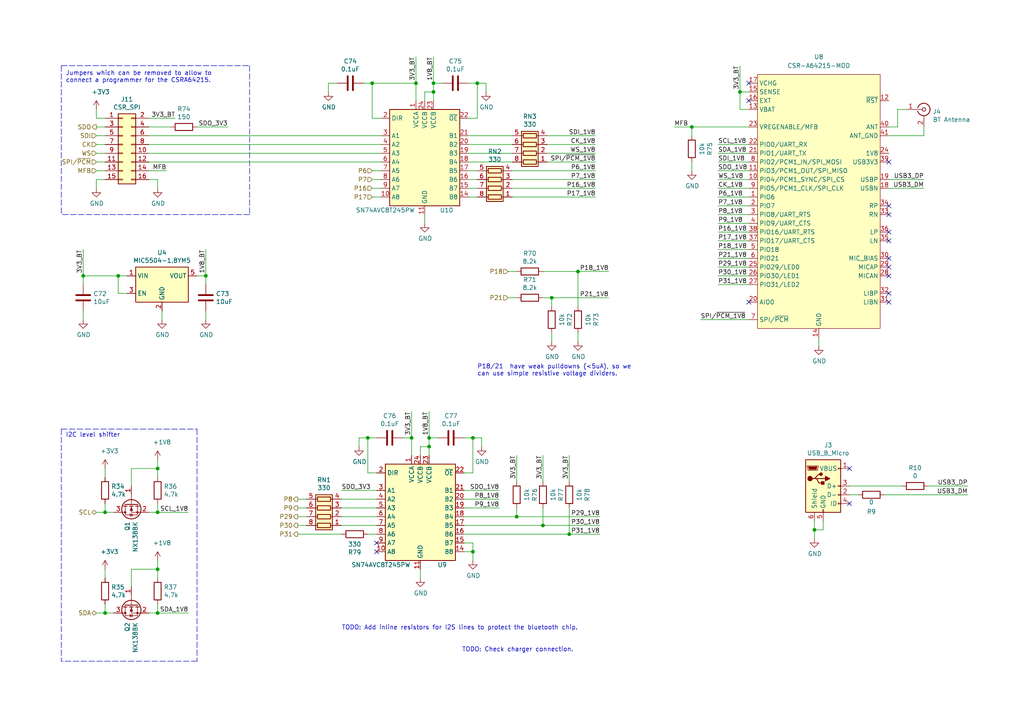
<source format=kicad_sch>
(kicad_sch (version 20201015) (generator eeschema)
  (paper "A4")
  (lib_symbols
    (symbol "Connector:Conn_Coaxial" (pin_names (offset 1.016) hide)
      (property "Reference" "J" (at 0.254 3.048 0))
      (property "Value" "Conn_Coaxial" (at 2.921 0 90))
      (symbol "Conn_Coaxial_0_1"
        (arc (start -1.778 0.508) (end 1.778 0) (radius (at -0.0508 0) (length 1.8034) (angles 163.6 0)) (stroke (width 0.254)))
        (arc (start 1.778 0) (end -1.778 -0.508) (radius (at -0.0254 0) (length 1.8034) (angles 0 -163.8)) (stroke (width 0.254)))
        (circle (center 0 0) (radius 0.508) (stroke (width 0.2032)))
        (polyline (pts (xy -2.54 0) (xy -0.508 0)))
        (polyline (pts (xy 0 -2.54) (xy 0 -1.778)))
      )
      (symbol "Conn_Coaxial_1_1"
        (pin passive line (at -5.08 0 0) (length 2.54) (name "In") (number "1"))
        (pin passive line (at 0 -5.08 90) (length 2.54) (name "Ext") (number "2"))
      )
    )
    (symbol "Connector:USB_B_Micro" (pin_names (offset 1.016))
      (property "Reference" "J" (at -5.08 11.43 0))
      (property "Value" "USB_B_Micro" (at -5.08 8.89 0))
      (symbol "USB_B_Micro_0_1"
        (circle (center -3.81 2.159) (radius 0.635) (stroke (width 0.254)) (fill (type outline)))
        (circle (center -0.635 3.429) (radius 0.381) (stroke (width 0.254)) (fill (type outline)))
        (rectangle (start -5.08 -7.62) (end 5.08 7.62) (stroke (width 0.254)) (fill (type background)))
        (rectangle (start -0.127 -7.62) (end 0.127 -6.858))
        (rectangle (start 0.254 1.27) (end -0.508 0.508) (stroke (width 0.254)) (fill (type outline)))
        (rectangle (start 5.08 -5.207) (end 4.318 -4.953))
        (rectangle (start 5.08 -2.667) (end 4.318 -2.413))
        (rectangle (start 5.08 -0.127) (end 4.318 0.127))
        (rectangle (start 5.08 4.953) (end 4.318 5.207))
        (polyline (pts (xy -1.905 2.159) (xy 0.635 2.159)) (stroke (width 0.254)))
        (polyline (pts (xy -3.175 2.159) (xy -2.54 2.159) (xy -1.27 3.429) (xy -0.635 3.429)) (stroke (width 0.254)))
        (polyline (pts (xy -2.54 2.159) (xy -1.905 2.159) (xy -1.27 0.889) (xy 0 0.889)) (stroke (width 0.254)))
        (polyline (pts (xy 0.635 2.794) (xy 0.635 1.524) (xy 1.905 2.159) (xy 0.635 2.794)) (stroke (width 0.254)) (fill (type outline)))
        (polyline (pts (xy -4.318 5.588) (xy -1.778 5.588) (xy -2.032 4.826) (xy -4.064 4.826) (xy -4.318 5.588)) (fill (type outline)))
        (polyline (pts (xy -4.699 5.842) (xy -4.699 5.588) (xy -4.445 4.826) (xy -4.445 4.572) (xy -1.651 4.572) (xy -1.651 4.826) (xy -1.397 5.588) (xy -1.397 5.842) (xy -4.699 5.842)))
      )
      (symbol "USB_B_Micro_1_1"
        (pin power_out line (at 7.62 5.08 180) (length 2.54) (name "VBUS") (number "1"))
        (pin bidirectional line (at 7.62 -2.54 180) (length 2.54) (name "D-") (number "2"))
        (pin bidirectional line (at 7.62 0 180) (length 2.54) (name "D+") (number "3"))
        (pin passive line (at 7.62 -5.08 180) (length 2.54) (name "ID") (number "4"))
        (pin power_out line (at 0 -10.16 90) (length 2.54) (name "GND") (number "5"))
        (pin passive line (at -2.54 -10.16 90) (length 2.54) (name "Shield") (number "6"))
      )
    )
    (symbol "Connector_Generic:Conn_02x08_Odd_Even" (pin_names (offset 1.016) hide)
      (property "Reference" "J" (at 1.27 10.16 0))
      (property "Value" "Conn_02x08_Odd_Even" (at 1.27 -12.7 0))
      (symbol "Conn_02x08_Odd_Even_1_1"
        (rectangle (start -1.27 -4.953) (end 0 -5.207) (stroke (width 0.1524)))
        (rectangle (start -1.27 -7.493) (end 0 -7.747) (stroke (width 0.1524)))
        (rectangle (start -1.27 -10.033) (end 0 -10.287) (stroke (width 0.1524)))
        (rectangle (start -1.27 -2.413) (end 0 -2.667) (stroke (width 0.1524)))
        (rectangle (start -1.27 2.667) (end 0 2.413) (stroke (width 0.1524)))
        (rectangle (start -1.27 5.207) (end 0 4.953) (stroke (width 0.1524)))
        (rectangle (start -1.27 7.747) (end 0 7.493) (stroke (width 0.1524)))
        (rectangle (start -1.27 8.89) (end 3.81 -11.43) (stroke (width 0.254)) (fill (type background)))
        (rectangle (start -1.27 0.127) (end 0 -0.127) (stroke (width 0.1524)))
        (rectangle (start 3.81 -4.953) (end 2.54 -5.207) (stroke (width 0.1524)))
        (rectangle (start 3.81 -7.493) (end 2.54 -7.747) (stroke (width 0.1524)))
        (rectangle (start 3.81 -10.033) (end 2.54 -10.287) (stroke (width 0.1524)))
        (rectangle (start 3.81 -2.413) (end 2.54 -2.667) (stroke (width 0.1524)))
        (rectangle (start 3.81 2.667) (end 2.54 2.413) (stroke (width 0.1524)))
        (rectangle (start 3.81 5.207) (end 2.54 4.953) (stroke (width 0.1524)))
        (rectangle (start 3.81 7.747) (end 2.54 7.493) (stroke (width 0.1524)))
        (rectangle (start 3.81 0.127) (end 2.54 -0.127) (stroke (width 0.1524)))
        (pin passive line (at -5.08 7.62 0) (length 3.81) (name "Pin_1") (number "1"))
        (pin passive line (at 7.62 -2.54 180) (length 3.81) (name "Pin_10") (number "10"))
        (pin passive line (at -5.08 -5.08 0) (length 3.81) (name "Pin_11") (number "11"))
        (pin passive line (at 7.62 -5.08 180) (length 3.81) (name "Pin_12") (number "12"))
        (pin passive line (at -5.08 -7.62 0) (length 3.81) (name "Pin_13") (number "13"))
        (pin passive line (at 7.62 -7.62 180) (length 3.81) (name "Pin_14") (number "14"))
        (pin passive line (at -5.08 -10.16 0) (length 3.81) (name "Pin_15") (number "15"))
        (pin passive line (at 7.62 -10.16 180) (length 3.81) (name "Pin_16") (number "16"))
        (pin passive line (at 7.62 7.62 180) (length 3.81) (name "Pin_2") (number "2"))
        (pin passive line (at -5.08 5.08 0) (length 3.81) (name "Pin_3") (number "3"))
        (pin passive line (at 7.62 5.08 180) (length 3.81) (name "Pin_4") (number "4"))
        (pin passive line (at -5.08 2.54 0) (length 3.81) (name "Pin_5") (number "5"))
        (pin passive line (at 7.62 2.54 180) (length 3.81) (name "Pin_6") (number "6"))
        (pin passive line (at -5.08 0 0) (length 3.81) (name "Pin_7") (number "7"))
        (pin passive line (at 7.62 0 180) (length 3.81) (name "Pin_8") (number "8"))
        (pin passive line (at -5.08 -2.54 0) (length 3.81) (name "Pin_9") (number "9"))
      )
    )
    (symbol "Device:C" (pin_numbers hide) (pin_names (offset 0.254))
      (property "Reference" "C" (at 0.635 2.54 0))
      (property "Value" "C" (at 0.635 -2.54 0))
      (symbol "C_0_1"
        (polyline (pts (xy -2.032 -0.762) (xy 2.032 -0.762)) (stroke (width 0.508)))
        (polyline (pts (xy -2.032 0.762) (xy 2.032 0.762)) (stroke (width 0.508)))
      )
      (symbol "C_1_1"
        (pin passive line (at 0 3.81 270) (length 2.794) (name "~") (number "1"))
        (pin passive line (at 0 -3.81 90) (length 2.794) (name "~") (number "2"))
      )
    )
    (symbol "Device:R" (pin_numbers hide) (pin_names (offset 0))
      (property "Reference" "R" (at 2.032 0 90))
      (property "Value" "R" (at 0 0 90))
      (symbol "R_0_1"
        (rectangle (start -1.016 -2.54) (end 1.016 2.54) (stroke (width 0.254)))
      )
      (symbol "R_1_1"
        (pin passive line (at 0 3.81 270) (length 1.27) (name "~") (number "1"))
        (pin passive line (at 0 -3.81 90) (length 1.27) (name "~") (number "2"))
      )
    )
    (symbol "Device:R_Pack04" (pin_names (offset 0) hide)
      (property "Reference" "RN" (at -7.62 0 90))
      (property "Value" "R_Pack04" (at 5.08 0 90))
      (symbol "R_Pack04_0_1"
        (rectangle (start -6.35 -2.413) (end 3.81 2.413) (stroke (width 0.254)) (fill (type background)))
        (rectangle (start -5.715 1.905) (end -4.445 -1.905) (stroke (width 0.254)))
        (rectangle (start -3.175 1.905) (end -1.905 -1.905) (stroke (width 0.254)))
        (rectangle (start -0.635 1.905) (end 0.635 -1.905) (stroke (width 0.254)))
        (rectangle (start 1.905 1.905) (end 3.175 -1.905) (stroke (width 0.254)))
        (polyline (pts (xy -5.08 -2.54) (xy -5.08 -1.905)))
        (polyline (pts (xy -5.08 1.905) (xy -5.08 2.54)))
        (polyline (pts (xy -2.54 -2.54) (xy -2.54 -1.905)))
        (polyline (pts (xy -2.54 1.905) (xy -2.54 2.54)))
        (polyline (pts (xy 0 -2.54) (xy 0 -1.905)))
        (polyline (pts (xy 0 1.905) (xy 0 2.54)))
        (polyline (pts (xy 2.54 -2.54) (xy 2.54 -1.905)))
        (polyline (pts (xy 2.54 1.905) (xy 2.54 2.54)))
      )
      (symbol "R_Pack04_1_1"
        (pin passive line (at -5.08 -5.08 90) (length 2.54) (name "R1.1") (number "1"))
        (pin passive line (at -2.54 -5.08 90) (length 2.54) (name "R2.1") (number "2"))
        (pin passive line (at 0 -5.08 90) (length 2.54) (name "R3.1") (number "3"))
        (pin passive line (at 2.54 -5.08 90) (length 2.54) (name "R4.1") (number "4"))
        (pin passive line (at 2.54 5.08 270) (length 2.54) (name "R4.2") (number "5"))
        (pin passive line (at 0 5.08 270) (length 2.54) (name "R3.2") (number "6"))
        (pin passive line (at -2.54 5.08 270) (length 2.54) (name "R2.2") (number "7"))
        (pin passive line (at -5.08 5.08 270) (length 2.54) (name "R1.2") (number "8"))
      )
    )
    (symbol "HackAmp-Symbols:CSR-A64215-MOD"
      (property "Reference" "U" (at -15.24 39.37 0))
      (property "Value" "CSR-A64215-MOD" (at 8.89 39.37 0))
      (symbol "CSR-A64215-MOD_0_1"
        (rectangle (start -17.78 38.1) (end 17.78 -35.56) (fill (type background)))
      )
      (symbol "CSR-A64215-MOD_1_1"
        (pin bidirectional line (at -20.32 2.54 0) (length 2.54) (name "PIO6") (number "1"))
        (pin bidirectional line (at -20.32 0 0) (length 2.54) (name "PIO7") (number "2"))
        (pin bidirectional line (at -20.32 -2.54 0) (length 2.54) (name "PIO8/UART_RTS") (number "3"))
        (pin bidirectional line (at -20.32 -5.08 0) (length 2.54) (name "PIO9/UART_CTS") (number "4"))
        (pin bidirectional line (at -20.32 -12.7 0) (length 2.54) (name "PIO18") (number "5"))
        (pin bidirectional line (at -20.32 -15.24 0) (length 2.54) (name "PIO21") (number "6"))
        (pin input line (at -20.32 -33.02 0) (length 2.54) (name "SPI/~PCM") (number "7"))
        (pin bidirectional line (at -20.32 12.7 0) (length 2.54) (name "PIO2/PCM1_IN/SPI_MOSI") (number "8"))
        (pin bidirectional line (at -20.32 5.08 0) (length 2.54) (name "PIO5/PCM1_CLK/SPI_CLK") (number "9"))
        (pin bidirectional line (at -20.32 7.62 0) (length 2.54) (name "PIO4/PCM1_SYNC/SPI_CS") (number "10"))
        (pin bidirectional line (at -20.32 10.16 0) (length 2.54) (name "PIO3/PCM1_OUT/SPI_MISO") (number "11"))
        (pin input line (at 20.32 30.48 180) (length 2.54) (name "~RST") (number "12"))
        (pin power_in line (at -20.32 27.94 0) (length 2.54) (name "VBAT") (number "13"))
        (pin power_in line (at 0 -38.1 90) (length 2.54) (name "GND") (number "14"))
        (pin bidirectional line (at 20.32 5.08 180) (length 2.54) (name "USBN") (number "18"))
        (pin bidirectional line (at -20.32 22.86 0) (length 2.54) (name "VREGENABLE/MFB") (number "23"))
        (pin power_out line (at 20.32 15.24 180) (length 2.54) (name "1V8") (number "24"))
        (pin output line (at -20.32 -17.78 0) (length 2.54) (name "PIO29/LED0") (number "25"))
        (pin output line (at -20.32 -20.32 0) (length 2.54) (name "PIO30/LED1") (number "26"))
        (pin output line (at -20.32 -22.86 0) (length 2.54) (name "PIO31/LED2") (number "27"))
        (pin bidirectional line (at 20.32 -20.32 180) (length 2.54) (name "MICAN") (number "28"))
        (pin bidirectional line (at 20.32 -17.78 180) (length 2.54) (name "MICAP") (number "29"))
        (pin bidirectional line (at 20.32 -15.24 180) (length 2.54) (name "MIC_BIAS") (number "30"))
        (pin bidirectional line (at 20.32 -27.94 180) (length 2.54) (name "LIBN") (number "31"))
        (pin bidirectional line (at 20.32 -25.4 180) (length 2.54) (name "LIBP") (number "32"))
        (pin bidirectional line (at 20.32 -2.54 180) (length 2.54) (name "RN") (number "33"))
        (pin bidirectional line (at 20.32 0 180) (length 2.54) (name "RP") (number "34"))
        (pin bidirectional line (at 20.32 -10.16 180) (length 2.54) (name "LN") (number "35"))
        (pin bidirectional line (at 20.32 -7.62 180) (length 2.54) (name "LP") (number "36"))
        (pin bidirectional line (at -20.32 -10.16 0) (length 2.54) (name "PIO17/UART_CTS") (number "37"))
        (pin bidirectional line (at -20.32 -7.62 0) (length 2.54) (name "PIO16/UART_RTS") (number "38"))
        (pin power_out line (at 20.32 12.7 180) (length 2.54) (name "USB3V3") (number "39"))
        (pin passive line (at 20.32 22.86 180) (length 2.54) (name "ANT") (number "40"))
        (pin passive line (at 20.32 20.32 180) (length 2.54) (name "ANT_GND") (number "41"))
        (pin power_in line (at -20.32 35.56 0) (length 2.54) (name "VCHG") (number "17"))
        (pin output line (at -20.32 30.48 0) (length 2.54) (name "EXT") (number "16"))
        (pin input line (at -20.32 33.02 0) (length 2.54) (name "SENSE") (number "15"))
        (pin bidirectional line (at 20.32 7.62 180) (length 2.54) (name "USBP") (number "19"))
        (pin power_in line (at -20.32 -27.94 0) (length 2.54) (name "AIO0") (number "20"))
        (pin bidirectional line (at -20.32 15.24 0) (length 2.54) (name "PIO1/UART_TX") (number "21"))
        (pin bidirectional line (at -20.32 17.78 0) (length 2.54) (name "PIO0/UART_RX") (number "22"))
      )
    )
    (symbol "Logic_LevelTranslator:SN74AVC8T245PW"
      (property "Reference" "U" (at -8.89 13.97 0))
      (property "Value" "SN74AVC8T245PW" (at 12.7 13.97 0))
      (symbol "SN74AVC8T245PW_0_1"
        (rectangle (start -10.16 12.7) (end 10.16 -15.24) (stroke (width 0.254)) (fill (type background)))
      )
      (symbol "SN74AVC8T245PW_1_1"
        (pin power_in line (at -2.54 15.24 270) (length 2.54) (name "VCCA") (number "1"))
        (pin bidirectional line (at -12.7 -12.7 0) (length 2.54) (name "A8") (number "10"))
        (pin power_in line (at 0 -17.78 90) (length 2.54) (name "GND") (number "11"))
        (pin passive line (at 0 -17.78 90) (length 2.54) hide (name "GND") (number "12"))
        (pin passive line (at 0 -17.78 90) (length 2.54) hide (name "GND") (number "13"))
        (pin bidirectional line (at 12.7 -12.7 180) (length 2.54) (name "B8") (number "14"))
        (pin bidirectional line (at 12.7 -10.16 180) (length 2.54) (name "B7") (number "15"))
        (pin bidirectional line (at 12.7 -7.62 180) (length 2.54) (name "B6") (number "16"))
        (pin bidirectional line (at 12.7 -5.08 180) (length 2.54) (name "B5") (number "17"))
        (pin bidirectional line (at 12.7 -2.54 180) (length 2.54) (name "B4") (number "18"))
        (pin bidirectional line (at 12.7 0 180) (length 2.54) (name "B3") (number "19"))
        (pin input line (at -12.7 10.16 0) (length 2.54) (name "DIR") (number "2"))
        (pin bidirectional line (at 12.7 2.54 180) (length 2.54) (name "B2") (number "20"))
        (pin bidirectional line (at 12.7 5.08 180) (length 2.54) (name "B1") (number "21"))
        (pin input line (at 12.7 10.16 180) (length 2.54) (name "~OE") (number "22"))
        (pin power_in line (at 2.54 15.24 270) (length 2.54) (name "VCCB") (number "23"))
        (pin power_in line (at 0 15.24 270) (length 2.54) (name "VCCB") (number "24"))
        (pin bidirectional line (at -12.7 5.08 0) (length 2.54) (name "A1") (number "3"))
        (pin bidirectional line (at -12.7 2.54 0) (length 2.54) (name "A2") (number "4"))
        (pin bidirectional line (at -12.7 0 0) (length 2.54) (name "A3") (number "5"))
        (pin bidirectional line (at -12.7 -2.54 0) (length 2.54) (name "A4") (number "6"))
        (pin bidirectional line (at -12.7 -5.08 0) (length 2.54) (name "A5") (number "7"))
        (pin bidirectional line (at -12.7 -7.62 0) (length 2.54) (name "A6") (number "8"))
        (pin bidirectional line (at -12.7 -10.16 0) (length 2.54) (name "A7") (number "9"))
      )
    )
    (symbol "Regulator_Linear:MIC5504-1.8YM5"
      (property "Reference" "U" (at -7.62 8.89 0))
      (property "Value" "MIC5504-1.8YM5" (at -7.62 6.35 0))
      (symbol "MIC5504-1.8YM5_0_1"
        (rectangle (start -7.62 -5.08) (end 7.62 5.08) (stroke (width 0.254)) (fill (type background)))
      )
      (symbol "MIC5504-1.8YM5_1_1"
        (pin power_in line (at -10.16 2.54 0) (length 2.54) (name "VIN") (number "1"))
        (pin power_in line (at 0 -7.62 90) (length 2.54) (name "GND") (number "2"))
        (pin input line (at -10.16 -2.54 0) (length 2.54) (name "EN") (number "3"))
        (pin unconnected line (at 7.62 -2.54 180) (length 2.54) hide (name "NC") (number "4"))
        (pin power_out line (at 10.16 2.54 180) (length 2.54) (name "VOUT") (number "5"))
      )
    )
    (symbol "Transistor_FET:BSS138" (pin_names hide)
      (property "Reference" "Q" (at 5.08 1.905 0))
      (property "Value" "BSS138" (at 5.08 0 0))
      (symbol "BSS138_0_1"
        (circle (center 1.651 0) (radius 2.794) (stroke (width 0.254)))
        (circle (center 2.54 -1.778) (radius 0.254) (fill (type outline)))
        (circle (center 2.54 1.778) (radius 0.254) (fill (type outline)))
        (polyline (pts (xy 0.254 0) (xy -2.54 0)))
        (polyline (pts (xy 0.254 1.905) (xy 0.254 -1.905)) (stroke (width 0.254)))
        (polyline (pts (xy 0.762 -1.27) (xy 0.762 -2.286)) (stroke (width 0.254)))
        (polyline (pts (xy 0.762 0.508) (xy 0.762 -0.508)) (stroke (width 0.254)))
        (polyline (pts (xy 0.762 2.286) (xy 0.762 1.27)) (stroke (width 0.254)))
        (polyline (pts (xy 2.54 2.54) (xy 2.54 1.778)))
        (polyline (pts (xy 2.54 -2.54) (xy 2.54 0) (xy 0.762 0)))
        (polyline (pts (xy 0.762 -1.778) (xy 3.302 -1.778) (xy 3.302 1.778) (xy 0.762 1.778)))
        (polyline (pts (xy 1.016 0) (xy 2.032 0.381) (xy 2.032 -0.381) (xy 1.016 0)) (fill (type outline)))
        (polyline (pts (xy 2.794 0.508) (xy 2.921 0.381) (xy 3.683 0.381) (xy 3.81 0.254)))
        (polyline (pts (xy 3.302 0.381) (xy 2.921 -0.254) (xy 3.683 -0.254) (xy 3.302 0.381)))
      )
      (symbol "BSS138_1_1"
        (pin input line (at -5.08 0 0) (length 2.54) (name "G") (number "1"))
        (pin passive line (at 2.54 -5.08 90) (length 2.54) (name "S") (number "2"))
        (pin passive line (at 2.54 5.08 270) (length 2.54) (name "D") (number "3"))
      )
    )
    (symbol "power:+1V8" (power) (pin_names (offset 0))
      (property "Value" "+1V8" (at 0 3.556 0))
      (symbol "+1V8_0_1"
        (polyline (pts (xy -0.762 1.27) (xy 0 2.54)))
        (polyline (pts (xy 0 0) (xy 0 2.54)))
        (polyline (pts (xy 0 2.54) (xy 0.762 1.27)))
      )
      (symbol "+1V8_1_1"
        (pin power_in line (at 0 0 90) (length 0) hide (name "+1V8") (number "1"))
      )
    )
    (symbol "power:+3V3" (power) (pin_names (offset 0))
      (property "Value" "+3V3" (at 0 3.556 0))
      (symbol "+3V3_0_1"
        (polyline (pts (xy -0.762 1.27) (xy 0 2.54)))
        (polyline (pts (xy 0 0) (xy 0 2.54)))
        (polyline (pts (xy 0 2.54) (xy 0.762 1.27)))
      )
      (symbol "+3V3_1_1"
        (pin power_in line (at 0 0 90) (length 0) hide (name "+3V3") (number "1"))
      )
    )
    (symbol "power:GND" (power) (pin_names (offset 0))
      (property "Value" "GND" (at 0 -3.81 0))
      (symbol "GND_0_1"
        (polyline (pts (xy 0 0) (xy 0 -1.27) (xy 1.27 -1.27) (xy 0 -2.54) (xy -1.27 -1.27) (xy 0 -1.27)))
      )
      (symbol "GND_1_1"
        (pin power_in line (at 0 0 270) (length 0) hide (name "GND") (number "1"))
      )
    )
  )
  (junction (at 24.13 80.01) (diameter 0.9144))
  (junction (at 30.48 148.59) (diameter 0.9144))
  (junction (at 30.48 177.8) (diameter 0.9144))
  (junction (at 34.29 80.01) (diameter 0.9144))
  (junction (at 45.72 135.89) (diameter 0.9144))
  (junction (at 45.72 148.59) (diameter 0.9144))
  (junction (at 45.72 165.1) (diameter 0.9144))
  (junction (at 45.72 177.8) (diameter 0.9144))
  (junction (at 59.69 80.01) (diameter 0.9144))
  (junction (at 106.68 127) (diameter 0.9144))
  (junction (at 107.95 24.13) (diameter 0.9144))
  (junction (at 119.38 127) (diameter 0.9144))
  (junction (at 120.65 24.13) (diameter 0.9144))
  (junction (at 124.46 127) (diameter 0.9144))
  (junction (at 124.46 129.54) (diameter 0.9144))
  (junction (at 125.73 24.13) (diameter 0.9144))
  (junction (at 125.73 26.67) (diameter 0.9144))
  (junction (at 137.16 127) (diameter 0.9144))
  (junction (at 137.16 160.02) (diameter 0.9144))
  (junction (at 138.43 24.13) (diameter 0.9144))
  (junction (at 149.86 149.86) (diameter 0.9144))
  (junction (at 157.48 152.4) (diameter 0.9144))
  (junction (at 160.02 86.36) (diameter 0.9144))
  (junction (at 165.1 154.94) (diameter 0.9144))
  (junction (at 167.64 78.74) (diameter 0.9144))
  (junction (at 200.66 36.83) (diameter 0.9144))
  (junction (at 214.63 26.67) (diameter 0.9144))
  (junction (at 236.22 153.67) (diameter 0.9144))
  (no_connect (at 257.81 62.23))
  (no_connect (at 257.81 59.69))
  (no_connect (at 257.81 67.31))
  (no_connect (at 257.81 74.93))
  (no_connect (at 109.22 157.48))
  (no_connect (at 217.17 29.21))
  (no_connect (at 109.22 160.02))
  (no_connect (at 217.17 87.63))
  (no_connect (at 257.81 85.09))
  (no_connect (at 257.81 77.47))
  (no_connect (at 246.38 146.05))
  (no_connect (at 257.81 46.99))
  (no_connect (at 217.17 24.13))
  (no_connect (at 257.81 69.85))
  (no_connect (at 246.38 135.89))
  (no_connect (at 257.81 80.01))
  (no_connect (at 257.81 87.63))
  (wire (pts (xy 24.13 72.39) (xy 24.13 80.01)))
  (wire (pts (xy 24.13 80.01) (xy 24.13 82.55)))
  (wire (pts (xy 24.13 90.17) (xy 24.13 92.71)))
  (wire (pts (xy 27.94 34.29) (xy 27.94 31.75)))
  (wire (pts (xy 27.94 36.83) (xy 30.48 36.83)))
  (wire (pts (xy 27.94 39.37) (xy 30.48 39.37)))
  (wire (pts (xy 27.94 41.91) (xy 30.48 41.91)))
  (wire (pts (xy 27.94 44.45) (xy 30.48 44.45)))
  (wire (pts (xy 27.94 46.99) (xy 30.48 46.99)))
  (wire (pts (xy 27.94 49.53) (xy 30.48 49.53)))
  (wire (pts (xy 27.94 52.07) (xy 27.94 54.61)))
  (wire (pts (xy 27.94 148.59) (xy 30.48 148.59)))
  (wire (pts (xy 27.94 177.8) (xy 30.48 177.8)))
  (wire (pts (xy 30.48 34.29) (xy 27.94 34.29)))
  (wire (pts (xy 30.48 52.07) (xy 27.94 52.07)))
  (wire (pts (xy 30.48 135.89) (xy 30.48 138.43)))
  (wire (pts (xy 30.48 146.05) (xy 30.48 148.59)))
  (wire (pts (xy 30.48 148.59) (xy 33.02 148.59)))
  (wire (pts (xy 30.48 165.1) (xy 30.48 167.64)))
  (wire (pts (xy 30.48 175.26) (xy 30.48 177.8)))
  (wire (pts (xy 30.48 177.8) (xy 33.02 177.8)))
  (wire (pts (xy 34.29 80.01) (xy 24.13 80.01)))
  (wire (pts (xy 34.29 80.01) (xy 36.83 80.01)))
  (wire (pts (xy 34.29 85.09) (xy 34.29 80.01)))
  (wire (pts (xy 36.83 85.09) (xy 34.29 85.09)))
  (wire (pts (xy 38.1 135.89) (xy 38.1 140.97)))
  (wire (pts (xy 38.1 165.1) (xy 38.1 170.18)))
  (wire (pts (xy 43.18 34.29) (xy 50.8 34.29)))
  (wire (pts (xy 43.18 36.83) (xy 49.53 36.83)))
  (wire (pts (xy 43.18 39.37) (xy 110.49 39.37)))
  (wire (pts (xy 43.18 41.91) (xy 110.49 41.91)))
  (wire (pts (xy 43.18 44.45) (xy 110.49 44.45)))
  (wire (pts (xy 43.18 46.99) (xy 110.49 46.99)))
  (wire (pts (xy 43.18 49.53) (xy 48.26 49.53)))
  (wire (pts (xy 43.18 52.07) (xy 45.72 52.07)))
  (wire (pts (xy 45.72 52.07) (xy 45.72 54.61)))
  (wire (pts (xy 45.72 133.35) (xy 45.72 135.89)))
  (wire (pts (xy 45.72 135.89) (xy 38.1 135.89)))
  (wire (pts (xy 45.72 135.89) (xy 45.72 138.43)))
  (wire (pts (xy 45.72 146.05) (xy 45.72 148.59)))
  (wire (pts (xy 45.72 148.59) (xy 43.18 148.59)))
  (wire (pts (xy 45.72 148.59) (xy 54.61 148.59)))
  (wire (pts (xy 45.72 162.56) (xy 45.72 165.1)))
  (wire (pts (xy 45.72 165.1) (xy 38.1 165.1)))
  (wire (pts (xy 45.72 165.1) (xy 45.72 167.64)))
  (wire (pts (xy 45.72 175.26) (xy 45.72 177.8)))
  (wire (pts (xy 45.72 177.8) (xy 43.18 177.8)))
  (wire (pts (xy 45.72 177.8) (xy 54.61 177.8)))
  (wire (pts (xy 46.99 90.17) (xy 46.99 92.71)))
  (wire (pts (xy 57.15 36.83) (xy 66.04 36.83)))
  (wire (pts (xy 57.15 80.01) (xy 59.69 80.01)))
  (wire (pts (xy 59.69 72.39) (xy 59.69 80.01)))
  (wire (pts (xy 59.69 80.01) (xy 59.69 82.55)))
  (wire (pts (xy 59.69 90.17) (xy 59.69 92.71)))
  (wire (pts (xy 86.36 144.78) (xy 88.9 144.78)))
  (wire (pts (xy 86.36 147.32) (xy 88.9 147.32)))
  (wire (pts (xy 86.36 149.86) (xy 88.9 149.86)))
  (wire (pts (xy 86.36 152.4) (xy 88.9 152.4)))
  (wire (pts (xy 86.36 154.94) (xy 99.06 154.94)))
  (wire (pts (xy 95.25 24.13) (xy 95.25 26.67)))
  (wire (pts (xy 97.79 24.13) (xy 95.25 24.13)))
  (wire (pts (xy 99.06 142.24) (xy 109.22 142.24)))
  (wire (pts (xy 99.06 144.78) (xy 109.22 144.78)))
  (wire (pts (xy 99.06 147.32) (xy 109.22 147.32)))
  (wire (pts (xy 99.06 149.86) (xy 109.22 149.86)))
  (wire (pts (xy 99.06 152.4) (xy 109.22 152.4)))
  (wire (pts (xy 104.14 127) (xy 104.14 129.54)))
  (wire (pts (xy 105.41 24.13) (xy 107.95 24.13)))
  (wire (pts (xy 106.68 127) (xy 104.14 127)))
  (wire (pts (xy 106.68 137.16) (xy 106.68 127)))
  (wire (pts (xy 106.68 154.94) (xy 109.22 154.94)))
  (wire (pts (xy 107.95 24.13) (xy 120.65 24.13)))
  (wire (pts (xy 107.95 34.29) (xy 107.95 24.13)))
  (wire (pts (xy 107.95 49.53) (xy 110.49 49.53)))
  (wire (pts (xy 107.95 52.07) (xy 110.49 52.07)))
  (wire (pts (xy 107.95 54.61) (xy 110.49 54.61)))
  (wire (pts (xy 107.95 57.15) (xy 110.49 57.15)))
  (wire (pts (xy 109.22 127) (xy 106.68 127)))
  (wire (pts (xy 109.22 137.16) (xy 106.68 137.16)))
  (wire (pts (xy 110.49 34.29) (xy 107.95 34.29)))
  (wire (pts (xy 116.84 127) (xy 119.38 127)))
  (wire (pts (xy 119.38 119.38) (xy 119.38 127)))
  (wire (pts (xy 119.38 127) (xy 119.38 132.08)))
  (wire (pts (xy 120.65 16.51) (xy 120.65 24.13)))
  (wire (pts (xy 120.65 24.13) (xy 120.65 29.21)))
  (wire (pts (xy 121.92 129.54) (xy 124.46 129.54)))
  (wire (pts (xy 121.92 132.08) (xy 121.92 129.54)))
  (wire (pts (xy 121.92 165.1) (xy 121.92 167.64)))
  (wire (pts (xy 123.19 26.67) (xy 125.73 26.67)))
  (wire (pts (xy 123.19 29.21) (xy 123.19 26.67)))
  (wire (pts (xy 123.19 62.23) (xy 123.19 64.77)))
  (wire (pts (xy 124.46 119.38) (xy 124.46 127)))
  (wire (pts (xy 124.46 127) (xy 124.46 129.54)))
  (wire (pts (xy 124.46 127) (xy 127 127)))
  (wire (pts (xy 124.46 129.54) (xy 124.46 132.08)))
  (wire (pts (xy 125.73 16.51) (xy 125.73 24.13)))
  (wire (pts (xy 125.73 24.13) (xy 125.73 26.67)))
  (wire (pts (xy 125.73 24.13) (xy 128.27 24.13)))
  (wire (pts (xy 125.73 26.67) (xy 125.73 29.21)))
  (wire (pts (xy 134.62 127) (xy 137.16 127)))
  (wire (pts (xy 134.62 137.16) (xy 137.16 137.16)))
  (wire (pts (xy 134.62 142.24) (xy 144.78 142.24)))
  (wire (pts (xy 134.62 144.78) (xy 144.78 144.78)))
  (wire (pts (xy 134.62 147.32) (xy 144.78 147.32)))
  (wire (pts (xy 134.62 149.86) (xy 149.86 149.86)))
  (wire (pts (xy 134.62 152.4) (xy 157.48 152.4)))
  (wire (pts (xy 134.62 154.94) (xy 165.1 154.94)))
  (wire (pts (xy 134.62 157.48) (xy 137.16 157.48)))
  (wire (pts (xy 134.62 160.02) (xy 137.16 160.02)))
  (wire (pts (xy 135.89 24.13) (xy 138.43 24.13)))
  (wire (pts (xy 135.89 34.29) (xy 138.43 34.29)))
  (wire (pts (xy 135.89 39.37) (xy 148.59 39.37)))
  (wire (pts (xy 135.89 41.91) (xy 148.59 41.91)))
  (wire (pts (xy 135.89 44.45) (xy 148.59 44.45)))
  (wire (pts (xy 135.89 46.99) (xy 148.59 46.99)))
  (wire (pts (xy 135.89 49.53) (xy 138.43 49.53)))
  (wire (pts (xy 135.89 52.07) (xy 138.43 52.07)))
  (wire (pts (xy 135.89 54.61) (xy 138.43 54.61)))
  (wire (pts (xy 135.89 57.15) (xy 138.43 57.15)))
  (wire (pts (xy 137.16 127) (xy 139.7 127)))
  (wire (pts (xy 137.16 137.16) (xy 137.16 127)))
  (wire (pts (xy 137.16 157.48) (xy 137.16 160.02)))
  (wire (pts (xy 137.16 160.02) (xy 137.16 162.56)))
  (wire (pts (xy 138.43 24.13) (xy 140.97 24.13)))
  (wire (pts (xy 138.43 34.29) (xy 138.43 24.13)))
  (wire (pts (xy 139.7 127) (xy 139.7 129.54)))
  (wire (pts (xy 140.97 24.13) (xy 140.97 26.67)))
  (wire (pts (xy 147.32 78.74) (xy 149.86 78.74)))
  (wire (pts (xy 147.32 86.36) (xy 149.86 86.36)))
  (wire (pts (xy 148.59 49.53) (xy 172.72 49.53)))
  (wire (pts (xy 148.59 52.07) (xy 172.72 52.07)))
  (wire (pts (xy 148.59 54.61) (xy 172.72 54.61)))
  (wire (pts (xy 148.59 57.15) (xy 172.72 57.15)))
  (wire (pts (xy 149.86 132.08) (xy 149.86 139.7)))
  (wire (pts (xy 149.86 149.86) (xy 149.86 147.32)))
  (wire (pts (xy 149.86 149.86) (xy 173.99 149.86)))
  (wire (pts (xy 157.48 78.74) (xy 167.64 78.74)))
  (wire (pts (xy 157.48 86.36) (xy 160.02 86.36)))
  (wire (pts (xy 157.48 132.08) (xy 157.48 139.7)))
  (wire (pts (xy 157.48 152.4) (xy 157.48 147.32)))
  (wire (pts (xy 157.48 152.4) (xy 173.99 152.4)))
  (wire (pts (xy 158.75 39.37) (xy 172.72 39.37)))
  (wire (pts (xy 158.75 41.91) (xy 172.72 41.91)))
  (wire (pts (xy 158.75 44.45) (xy 172.72 44.45)))
  (wire (pts (xy 158.75 46.99) (xy 172.72 46.99)))
  (wire (pts (xy 160.02 86.36) (xy 160.02 88.9)))
  (wire (pts (xy 160.02 86.36) (xy 176.53 86.36)))
  (wire (pts (xy 160.02 96.52) (xy 160.02 99.06)))
  (wire (pts (xy 165.1 132.08) (xy 165.1 139.7)))
  (wire (pts (xy 165.1 154.94) (xy 165.1 147.32)))
  (wire (pts (xy 165.1 154.94) (xy 173.99 154.94)))
  (wire (pts (xy 167.64 78.74) (xy 167.64 88.9)))
  (wire (pts (xy 167.64 78.74) (xy 176.53 78.74)))
  (wire (pts (xy 167.64 96.52) (xy 167.64 99.06)))
  (wire (pts (xy 195.58 36.83) (xy 200.66 36.83)))
  (wire (pts (xy 200.66 36.83) (xy 200.66 39.37)))
  (wire (pts (xy 200.66 46.99) (xy 200.66 49.53)))
  (wire (pts (xy 203.2 92.71) (xy 217.17 92.71)))
  (wire (pts (xy 208.28 41.91) (xy 217.17 41.91)))
  (wire (pts (xy 208.28 44.45) (xy 217.17 44.45)))
  (wire (pts (xy 208.28 46.99) (xy 217.17 46.99)))
  (wire (pts (xy 208.28 49.53) (xy 217.17 49.53)))
  (wire (pts (xy 208.28 52.07) (xy 217.17 52.07)))
  (wire (pts (xy 208.28 54.61) (xy 217.17 54.61)))
  (wire (pts (xy 208.28 57.15) (xy 217.17 57.15)))
  (wire (pts (xy 208.28 59.69) (xy 217.17 59.69)))
  (wire (pts (xy 208.28 62.23) (xy 217.17 62.23)))
  (wire (pts (xy 208.28 64.77) (xy 217.17 64.77)))
  (wire (pts (xy 208.28 67.31) (xy 217.17 67.31)))
  (wire (pts (xy 208.28 69.85) (xy 217.17 69.85)))
  (wire (pts (xy 208.28 72.39) (xy 217.17 72.39)))
  (wire (pts (xy 208.28 74.93) (xy 217.17 74.93)))
  (wire (pts (xy 208.28 77.47) (xy 217.17 77.47)))
  (wire (pts (xy 208.28 80.01) (xy 217.17 80.01)))
  (wire (pts (xy 208.28 82.55) (xy 217.17 82.55)))
  (wire (pts (xy 214.63 19.05) (xy 214.63 26.67)))
  (wire (pts (xy 214.63 26.67) (xy 214.63 31.75)))
  (wire (pts (xy 214.63 26.67) (xy 217.17 26.67)))
  (wire (pts (xy 214.63 31.75) (xy 217.17 31.75)))
  (wire (pts (xy 217.17 36.83) (xy 200.66 36.83)))
  (wire (pts (xy 236.22 151.13) (xy 236.22 153.67)))
  (wire (pts (xy 236.22 153.67) (xy 236.22 156.21)))
  (wire (pts (xy 237.49 97.79) (xy 237.49 100.33)))
  (wire (pts (xy 238.76 151.13) (xy 238.76 153.67)))
  (wire (pts (xy 238.76 153.67) (xy 236.22 153.67)))
  (wire (pts (xy 246.38 143.51) (xy 248.92 143.51)))
  (wire (pts (xy 256.54 143.51) (xy 280.67 143.51)))
  (wire (pts (xy 257.81 36.83) (xy 260.35 36.83)))
  (wire (pts (xy 257.81 52.07) (xy 267.97 52.07)))
  (wire (pts (xy 257.81 54.61) (xy 267.97 54.61)))
  (wire (pts (xy 260.35 31.75) (xy 262.89 31.75)))
  (wire (pts (xy 260.35 36.83) (xy 260.35 31.75)))
  (wire (pts (xy 261.62 140.97) (xy 246.38 140.97)))
  (wire (pts (xy 267.97 36.83) (xy 267.97 39.37)))
  (wire (pts (xy 267.97 39.37) (xy 257.81 39.37)))
  (wire (pts (xy 269.24 140.97) (xy 280.67 140.97)))
  (polyline (pts (xy 17.78 19.05) (xy 17.78 62.23)) (stroke (width 0) (type dash)))
  (polyline (pts (xy 17.78 19.05) (xy 72.39 19.05)) (stroke (width 0) (type dash)))
  (polyline (pts (xy 17.78 124.46) (xy 17.78 191.77)) (stroke (width 0) (type dash)))
  (polyline (pts (xy 17.78 124.46) (xy 57.15 124.46)) (stroke (width 0) (type dash)))
  (polyline (pts (xy 57.15 124.46) (xy 57.15 191.77)) (stroke (width 0) (type dash)))
  (polyline (pts (xy 57.15 191.77) (xy 17.78 191.77)) (stroke (width 0) (type dash)))
  (polyline (pts (xy 72.39 19.05) (xy 72.39 62.23)) (stroke (width 0) (type dash)))
  (polyline (pts (xy 72.39 62.23) (xy 17.78 62.23)) (stroke (width 0) (type dash)))
  (text "Jumpers which can be removed to allow to\nconnect a programmer for the CSRA64215." (at 19.05 24.13 0) (effects (font (size 1.27 1.27)) (justify left bottom)))
  (text "I2C level shifter" (at 19.05 127 0) (effects (font (size 1.27 1.27)) (justify left bottom)))
  (text "P18/21  have weak pulldowns (<5uA), so we\ncan use simple resistive voltage dividers." (at 138.43 109.22 0) (effects (font (size 1.27 1.27)) (justify left bottom)))
  (text "TODO: Check charger connection." (at 166.37 189.23 180) (effects (font (size 1.27 1.27)) (justify right bottom)))
  (text "TODO: Add inline resistors for I2S lines to protect the bluetooth chip." (at 167.64 182.88 0) (effects (font (size 1.27 1.27)) (justify right bottom)))
  (label "3V3_BT" (at 24.13 72.39 270))
  (label "MFB" (at 48.26 49.53 180))
  (label "3V3_BT" (at 50.8 34.29 180))
  (label "SCL_1V8" (at 54.61 148.59 180))
  (label "SDA_1V8" (at 54.61 177.8 180))
  (label "1V8_BT" (at 59.69 72.39 270))
  (label "SDO_3V3" (at 66.04 36.83 180))
  (label "SDO_3V3" (at 99.06 142.24 0))
  (label "3V3_BT" (at 119.38 119.38 270))
  (label "3V3_BT" (at 120.65 16.51 270))
  (label "1V8_BT" (at 124.46 119.38 270))
  (label "1V8_BT" (at 125.73 16.51 270))
  (label "SDO_1V8" (at 144.78 142.24 180))
  (label "P8_1V8" (at 144.78 144.78 180))
  (label "P9_1V8" (at 144.78 147.32 180))
  (label "3V3_BT" (at 149.86 132.08 270))
  (label "3V3_BT" (at 157.48 132.08 270))
  (label "3V3_BT" (at 165.1 132.08 270))
  (label "SDI_1V8" (at 172.72 39.37 180))
  (label "CK_1V8" (at 172.72 41.91 180))
  (label "WS_1V8" (at 172.72 44.45 180))
  (label "SPI{slash}~PCM_1V8" (at 172.72 46.99 180))
  (label "P6_1V8" (at 172.72 49.53 180))
  (label "P7_1V8" (at 172.72 52.07 180))
  (label "P16_1V8" (at 172.72 54.61 180))
  (label "P17_1V8" (at 172.72 57.15 180))
  (label "P29_1V8" (at 173.99 149.86 180))
  (label "P30_1V8" (at 173.99 152.4 180))
  (label "P31_1V8" (at 173.99 154.94 180))
  (label "P18_1V8" (at 176.53 78.74 180))
  (label "P21_1V8" (at 176.53 86.36 180))
  (label "MFB" (at 195.58 36.83 0))
  (label "SPI{slash}~PCM_1V8" (at 203.2 92.71 0))
  (label "SCL_1V8" (at 208.28 41.91 0))
  (label "SDA_1V8" (at 208.28 44.45 0))
  (label "SDI_1V8" (at 208.28 46.99 0))
  (label "SDO_1V8" (at 208.28 49.53 0))
  (label "WS_1V8" (at 208.28 52.07 0))
  (label "CK_1V8" (at 208.28 54.61 0))
  (label "P6_1V8" (at 208.28 57.15 0))
  (label "P7_1V8" (at 208.28 59.69 0))
  (label "P8_1V8" (at 208.28 62.23 0))
  (label "P9_1V8" (at 208.28 64.77 0))
  (label "P16_1V8" (at 208.28 67.31 0))
  (label "P17_1V8" (at 208.28 69.85 0))
  (label "P18_1V8" (at 208.28 72.39 0))
  (label "P21_1V8" (at 208.28 74.93 0))
  (label "P29_1V8" (at 208.28 77.47 0))
  (label "P30_1V8" (at 208.28 80.01 0))
  (label "P31_1V8" (at 208.28 82.55 0))
  (label "3V3_BT" (at 214.63 19.05 270))
  (label "USB3_DP" (at 267.97 52.07 180))
  (label "USB3_DM" (at 267.97 54.61 180))
  (label "USB3_DP" (at 280.67 140.97 180))
  (label "USB3_DM" (at 280.67 143.51 180))
  (hierarchical_label "SDO" (shape output) (at 27.94 36.83 180))
  (hierarchical_label "SDI" (shape input) (at 27.94 39.37 180))
  (hierarchical_label "CK" (shape input) (at 27.94 41.91 180))
  (hierarchical_label "WS" (shape input) (at 27.94 44.45 180))
  (hierarchical_label "SPI{slash}~PCM" (shape input) (at 27.94 46.99 180))
  (hierarchical_label "MFB" (shape input) (at 27.94 49.53 180))
  (hierarchical_label "SCL" (shape bidirectional) (at 27.94 148.59 180))
  (hierarchical_label "SDA" (shape bidirectional) (at 27.94 177.8 180))
  (hierarchical_label "P8" (shape output) (at 86.36 144.78 180))
  (hierarchical_label "P9" (shape output) (at 86.36 147.32 180))
  (hierarchical_label "P29" (shape output) (at 86.36 149.86 180))
  (hierarchical_label "P30" (shape output) (at 86.36 152.4 180))
  (hierarchical_label "P31" (shape output) (at 86.36 154.94 180))
  (hierarchical_label "P6" (shape input) (at 107.95 49.53 180))
  (hierarchical_label "P7" (shape input) (at 107.95 52.07 180))
  (hierarchical_label "P16" (shape input) (at 107.95 54.61 180))
  (hierarchical_label "P17" (shape input) (at 107.95 57.15 180))
  (hierarchical_label "P18" (shape input) (at 147.32 78.74 180))
  (hierarchical_label "P21" (shape input) (at 147.32 86.36 180))
  (symbol (lib_id "power:+3V3") (at 27.94 31.75 0) (unit 1)
    (property "Reference" "#PWR0220" (effects hide))
    (property "Value" "+3V3" (at 29.21 26.67 0))
  )
  (symbol (lib_id "power:+3V3") (at 30.48 135.89 0) (unit 1)
    (property "Reference" "#PWR0175" (effects hide))
    (property "Value" "+3V3" (at 31.75 130.81 0))
  )
  (symbol (lib_id "power:+3V3") (at 30.48 165.1 0) (unit 1)
    (property "Reference" "#PWR0176" (effects hide))
    (property "Value" "+3V3" (at 31.75 160.02 0))
  )
  (symbol (lib_id "power:+1V8") (at 45.72 133.35 0) (unit 1)
    (property "Reference" "#PWR0174" (effects hide))
    (property "Value" "+1V8" (at 46.99 128.27 0))
  )
  (symbol (lib_id "power:+1V8") (at 45.72 162.56 0) (unit 1)
    (property "Reference" "#PWR0177" (effects hide))
    (property "Value" "+1V8" (at 46.99 157.48 0))
  )
  (symbol (lib_id "power:GND") (at 24.13 92.71 0) (unit 1)
    (property "Reference" "#PWR0218" (effects hide))
    (property "Value" "GND" (at 24.257 97.1042 0))
  )
  (symbol (lib_id "power:GND") (at 27.94 54.61 0) (unit 1)
    (property "Reference" "#PWR0221" (effects hide))
    (property "Value" "GND" (at 28.067 59.0042 0))
  )
  (symbol (lib_id "power:GND") (at 45.72 54.61 0) (unit 1)
    (property "Reference" "#PWR0222" (effects hide))
    (property "Value" "GND" (at 45.847 59.0042 0))
  )
  (symbol (lib_id "power:GND") (at 46.99 92.71 0) (unit 1)
    (property "Reference" "#PWR0217" (effects hide))
    (property "Value" "GND" (at 47.117 97.1042 0))
  )
  (symbol (lib_id "power:GND") (at 59.69 92.71 0) (unit 1)
    (property "Reference" "#PWR0216" (effects hide))
    (property "Value" "GND" (at 59.817 97.1042 0))
  )
  (symbol (lib_id "power:GND") (at 95.25 26.67 0) (unit 1)
    (property "Reference" "#PWR0224" (effects hide))
    (property "Value" "GND" (at 95.377 31.0642 0))
  )
  (symbol (lib_id "power:GND") (at 104.14 129.54 0) (unit 1)
    (property "Reference" "#PWR0227" (effects hide))
    (property "Value" "GND" (at 104.267 133.9342 0))
  )
  (symbol (lib_id "power:GND") (at 121.92 167.64 0) (unit 1)
    (property "Reference" "#PWR0228" (effects hide))
    (property "Value" "GND" (at 122.047 172.0342 0))
  )
  (symbol (lib_id "power:GND") (at 123.19 64.77 0) (unit 1)
    (property "Reference" "#PWR0161" (effects hide))
    (property "Value" "GND" (at 123.317 69.1642 0))
  )
  (symbol (lib_id "power:GND") (at 137.16 162.56 0) (unit 1)
    (property "Reference" "#PWR0229" (effects hide))
    (property "Value" "GND" (at 137.287 166.9542 0))
  )
  (symbol (lib_id "power:GND") (at 139.7 129.54 0) (unit 1)
    (property "Reference" "#PWR0226" (effects hide))
    (property "Value" "GND" (at 139.827 133.9342 0))
  )
  (symbol (lib_id "power:GND") (at 140.97 26.67 0) (unit 1)
    (property "Reference" "#PWR0223" (effects hide))
    (property "Value" "GND" (at 141.097 31.0642 0))
  )
  (symbol (lib_id "power:GND") (at 160.02 99.06 0) (unit 1)
    (property "Reference" "#PWR0160" (effects hide))
    (property "Value" "GND" (at 160.147 103.4542 0))
  )
  (symbol (lib_id "power:GND") (at 167.64 99.06 0) (unit 1)
    (property "Reference" "#PWR0219" (effects hide))
    (property "Value" "GND" (at 167.767 103.4542 0))
  )
  (symbol (lib_id "power:GND") (at 200.66 49.53 0) (unit 1)
    (property "Reference" "#PWR0225" (effects hide))
    (property "Value" "GND" (at 200.787 53.9242 0))
  )
  (symbol (lib_id "power:GND") (at 236.22 156.21 0) (unit 1)
    (property "Reference" "#PWR0107" (effects hide))
    (property "Value" "GND" (at 236.347 160.6042 0))
  )
  (symbol (lib_id "power:GND") (at 237.49 100.33 0) (unit 1)
    (property "Reference" "#PWR0159" (effects hide))
    (property "Value" "GND" (at 237.617 104.7242 0))
  )
  (symbol (lib_id "Device:R") (at 30.48 142.24 0) (unit 1)
    (property "Reference" "R34" (at 32.2581 141.0906 0) (effects (justify left)))
    (property "Value" "4.7k" (at 32.258 143.389 0) (effects (justify left)))
    (property "Footprint" "Resistor_SMD:R_0603_1608Metric" (effects hide))
  )
  (symbol (lib_id "Device:R") (at 30.48 171.45 0) (unit 1)
    (property "Reference" "R35" (at 32.2581 170.3006 0) (effects (justify left)))
    (property "Value" "4.7k" (at 32.258 172.599 0) (effects (justify left)))
    (property "Footprint" "Resistor_SMD:R_0603_1608Metric" (effects hide))
  )
  (symbol (lib_id "Device:R") (at 45.72 142.24 0) (unit 1)
    (property "Reference" "R36" (at 47.4981 141.0906 0) (effects (justify left)))
    (property "Value" "4.7k" (at 47.498 143.389 0) (effects (justify left)))
    (property "Footprint" "Resistor_SMD:R_0603_1608Metric" (effects hide))
  )
  (symbol (lib_id "Device:R") (at 45.72 171.45 0) (unit 1)
    (property "Reference" "R37" (at 47.4981 170.3006 0) (effects (justify left)))
    (property "Value" "4.7k" (at 47.498 172.599 0) (effects (justify left)))
    (property "Footprint" "Resistor_SMD:R_0603_1608Metric" (effects hide))
  )
  (symbol (lib_id "Device:R") (at 53.34 36.83 90) (unit 1)
    (property "Reference" "R74" (at 53.34 31.6038 90))
    (property "Value" "150" (at 53.34 33.903 90))
    (property "Footprint" "Resistor_SMD:R_0603_1608Metric" (effects hide))
  )
  (symbol (lib_id "Device:R") (at 102.87 154.94 270) (unit 1)
    (property "Reference" "R79" (at 102.87 160.1662 90))
    (property "Value" "330" (at 102.87 157.867 90))
    (property "Footprint" "Resistor_SMD:R_0603_1608Metric" (effects hide))
  )
  (symbol (lib_id "Device:R") (at 149.86 143.51 0) (unit 1)
    (property "Reference" "R76" (at 155.0862 143.51 90))
    (property "Value" "10k" (at 152.787 143.51 90))
    (property "Footprint" "Resistor_SMD:R_0603_1608Metric" (effects hide))
  )
  (symbol (lib_id "Device:R") (at 153.67 78.74 90) (unit 1)
    (property "Reference" "R70" (at 153.67 73.5138 90))
    (property "Value" "8.2k" (at 153.67 75.813 90))
    (property "Footprint" "Resistor_SMD:R_0603_1608Metric" (effects hide))
  )
  (symbol (lib_id "Device:R") (at 153.67 86.36 90) (unit 1)
    (property "Reference" "R71" (at 153.67 81.1338 90))
    (property "Value" "8.2k" (at 153.67 83.433 90))
    (property "Footprint" "Resistor_SMD:R_0603_1608Metric" (effects hide))
  )
  (symbol (lib_id "Device:R") (at 157.48 143.51 0) (unit 1)
    (property "Reference" "R77" (at 162.7062 143.51 90))
    (property "Value" "10k" (at 160.407 143.51 90))
    (property "Footprint" "Resistor_SMD:R_0603_1608Metric" (effects hide))
  )
  (symbol (lib_id "Device:R") (at 160.02 92.71 0) (unit 1)
    (property "Reference" "R72" (at 165.2462 92.71 90))
    (property "Value" "10k" (at 162.947 92.71 90))
    (property "Footprint" "Resistor_SMD:R_0603_1608Metric" (effects hide))
  )
  (symbol (lib_id "Device:R") (at 165.1 143.51 0) (unit 1)
    (property "Reference" "R78" (at 170.3262 143.51 90))
    (property "Value" "10k" (at 168.027 143.51 90))
    (property "Footprint" "Resistor_SMD:R_0603_1608Metric" (effects hide))
  )
  (symbol (lib_id "Device:R") (at 167.64 92.71 0) (unit 1)
    (property "Reference" "R73" (at 172.8662 92.71 90))
    (property "Value" "10k" (at 170.567 92.71 90))
    (property "Footprint" "Resistor_SMD:R_0603_1608Metric" (effects hide))
  )
  (symbol (lib_id "Device:R") (at 200.66 43.18 0) (unit 1)
    (property "Reference" "R75" (at 205.8862 43.18 90))
    (property "Value" "10k" (at 203.587 43.18 90))
    (property "Footprint" "Resistor_SMD:R_0603_1608Metric" (effects hide))
  )
  (symbol (lib_id "Device:R") (at 252.73 143.51 270) (unit 1)
    (property "Reference" "R9" (at 252.73 148.4122 90))
    (property "Value" "0" (at 252.73 145.644 90))
    (property "Footprint" "Resistor_SMD:R_0603_1608Metric" (effects hide))
  )
  (symbol (lib_id "Device:R") (at 265.43 140.97 270) (unit 1)
    (property "Reference" "R10" (at 265.43 135.7122 90))
    (property "Value" "0" (at 265.43 138.024 90))
    (property "Footprint" "Resistor_SMD:R_0603_1608Metric" (effects hide))
  )
  (symbol (lib_id "Device:C") (at 24.13 86.36 0) (unit 1)
    (property "Reference" "C72" (at 27.0511 85.2106 0) (effects (justify left)))
    (property "Value" "10uF" (at 27.051 87.509 0) (effects (justify left)))
    (property "Footprint" "Capacitor_SMD:C_0805_2012Metric" (effects hide))
  )
  (symbol (lib_id "Device:C") (at 59.69 86.36 0) (unit 1)
    (property "Reference" "C73" (at 62.6111 85.2106 0) (effects (justify left)))
    (property "Value" "10uF" (at 62.611 87.509 0) (effects (justify left)))
    (property "Footprint" "Capacitor_SMD:C_0805_2012Metric" (effects hide))
  )
  (symbol (lib_id "Device:C") (at 101.6 24.13 90) (unit 1)
    (property "Reference" "C74" (at 101.6 17.7608 90))
    (property "Value" "0.1uF" (at 101.6 20.06 90))
    (property "Footprint" "Capacitor_SMD:C_0603_1608Metric" (effects hide))
  )
  (symbol (lib_id "Device:C") (at 113.03 127 90) (unit 1)
    (property "Reference" "C76" (at 113.03 120.6308 90))
    (property "Value" "0.1uF" (at 113.03 122.93 90))
    (property "Footprint" "Capacitor_SMD:C_0603_1608Metric" (effects hide))
  )
  (symbol (lib_id "Device:C") (at 130.81 127 90) (unit 1)
    (property "Reference" "C77" (at 130.81 120.6308 90))
    (property "Value" "0.1uF" (at 130.81 122.93 90))
    (property "Footprint" "Capacitor_SMD:C_0603_1608Metric" (effects hide))
  )
  (symbol (lib_id "Device:C") (at 132.08 24.13 90) (unit 1)
    (property "Reference" "C75" (at 132.08 17.7608 90))
    (property "Value" "0.1uF" (at 132.08 20.06 90))
    (property "Footprint" "Capacitor_SMD:C_0603_1608Metric" (effects hide))
  )
  (symbol (lib_id "Connector:Conn_Coaxial") (at 267.97 31.75 0) (unit 1)
    (property "Reference" "J4" (at 270.51 32.385 0) (effects (justify left)))
    (property "Value" "BT Antenna" (at 270.51 34.6964 0) (effects (justify left)))
    (property "Footprint" "Connector_Coaxial:U.FL_Hirose_U.FL-R-SMT-1_Vertical" (effects hide))
    (property "Datasheet" " ~" (effects hide))
  )
  (symbol (lib_id "Transistor_FET:BSS138") (at 38.1 146.05 90) (mirror x) (unit 1)
    (property "Reference" "Q1" (at 36.9506 151.2571 0) (effects (justify left)))
    (property "Value" "NX138BK" (at 39.249 151.257 0) (effects (justify left)))
    (property "Footprint" "Package_TO_SOT_SMD:SOT-23" (effects hide))
    (property "Datasheet" "https://www.fairchildsemi.com/datasheets/BS/BSS138.pdf" (effects hide))
  )
  (symbol (lib_id "Transistor_FET:BSS138") (at 38.1 175.26 90) (mirror x) (unit 1)
    (property "Reference" "Q2" (at 36.9506 180.4671 0) (effects (justify left)))
    (property "Value" "NX138BK" (at 39.249 180.467 0) (effects (justify left)))
    (property "Footprint" "Package_TO_SOT_SMD:SOT-23" (effects hide))
    (property "Datasheet" "https://www.fairchildsemi.com/datasheets/BS/BSS138.pdf" (effects hide))
  )
  (symbol (lib_id "Device:R_Pack04") (at 93.98 147.32 90) (unit 1)
    (property "Reference" "RN1" (at 93.98 139.1982 90))
    (property "Value" "330" (at 93.98 141.497 90))
    (property "Footprint" "Resistor_SMD:R_Array_Concave_4x0603" (effects hide))
  )
  (symbol (lib_id "Device:R_Pack04") (at 143.51 52.07 90) (unit 1)
    (property "Reference" "RN2" (at 143.51 43.9482 90))
    (property "Value" "330" (at 143.51 46.247 90))
    (property "Footprint" "Resistor_SMD:R_Array_Concave_4x0603" (effects hide))
  )
  (symbol (lib_id "Device:R_Pack04") (at 153.67 41.91 90) (unit 1)
    (property "Reference" "RN3" (at 153.67 33.7882 90))
    (property "Value" "330" (at 153.67 36.087 90))
    (property "Footprint" "Resistor_SMD:R_Array_Concave_4x0603" (effects hide))
  )
  (symbol (lib_id "Connector:USB_B_Micro") (at 238.76 140.97 0) (unit 1)
    (property "Reference" "J3" (at 240.2078 129.1082 0))
    (property "Value" "USB_B_Micro" (at 240.2078 131.4196 0))
    (property "Footprint" "Connector_USB:USB_Micro-B_Amphenol_10104110_Horizontal" (effects hide))
  )
  (symbol (lib_id "Connector_Generic:Conn_02x08_Odd_Even") (at 35.56 41.91 0) (unit 1)
    (property "Reference" "J11" (at 36.83 28.81 0))
    (property "Value" "CSR_SPI" (at 36.83 31.109 0))
    (property "Footprint" "Connector_PinHeader_2.54mm:PinHeader_2x08_P2.54mm_Vertical_SMD" (effects hide))
  )
  (symbol (lib_id "Regulator_Linear:MIC5504-1.8YM5") (at 46.99 82.55 0) (unit 1)
    (property "Reference" "U4" (at 46.99 73.2598 0))
    (property "Value" "MIC5504-1.8YM5" (at 46.99 75.5585 0))
    (property "Footprint" "Package_TO_SOT_SMD:SOT-23-5" (effects hide))
    (property "Datasheet" "http://ww1.microchip.com/downloads/en/DeviceDoc/MIC550X.pdf" (effects hide))
  )
  (symbol (lib_id "Logic_LevelTranslator:SN74AVC8T245PW") (at 121.92 147.32 0) (unit 1)
    (property "Reference" "U9" (at 128.27 163.83 0))
    (property "Value" "SN74AVC8T245PW" (at 110.49 163.83 0))
    (property "Footprint" "Package_SO:TSSOP-24_4.4x7.8mm_P0.65mm" (effects hide))
    (property "Datasheet" "https://www.ti.com/lit/ds/symlink/sn74avc8t245.pdf" (effects hide))
  )
  (symbol (lib_id "Logic_LevelTranslator:SN74AVC8T245PW") (at 123.19 44.45 0) (unit 1)
    (property "Reference" "U10" (at 129.54 60.96 0))
    (property "Value" "SN74AVC8T245PW" (at 111.76 60.96 0))
    (property "Footprint" "Package_SO:TSSOP-24_4.4x7.8mm_P0.65mm" (effects hide))
    (property "Datasheet" "https://www.ti.com/lit/ds/symlink/sn74avc8t245.pdf" (effects hide))
  )
  (symbol (lib_id "HackAmp-Symbols:CSR-A64215-MOD") (at 237.49 59.69 0) (unit 1)
    (property "Reference" "U8" (at 237.49 16.51 0))
    (property "Value" "CSR-A64215-MOD" (at 237.49 19.05 0))
    (property "Footprint" "HackAmp-Footprints:CSRA64215" (effects hide))
  )
)
</source>
